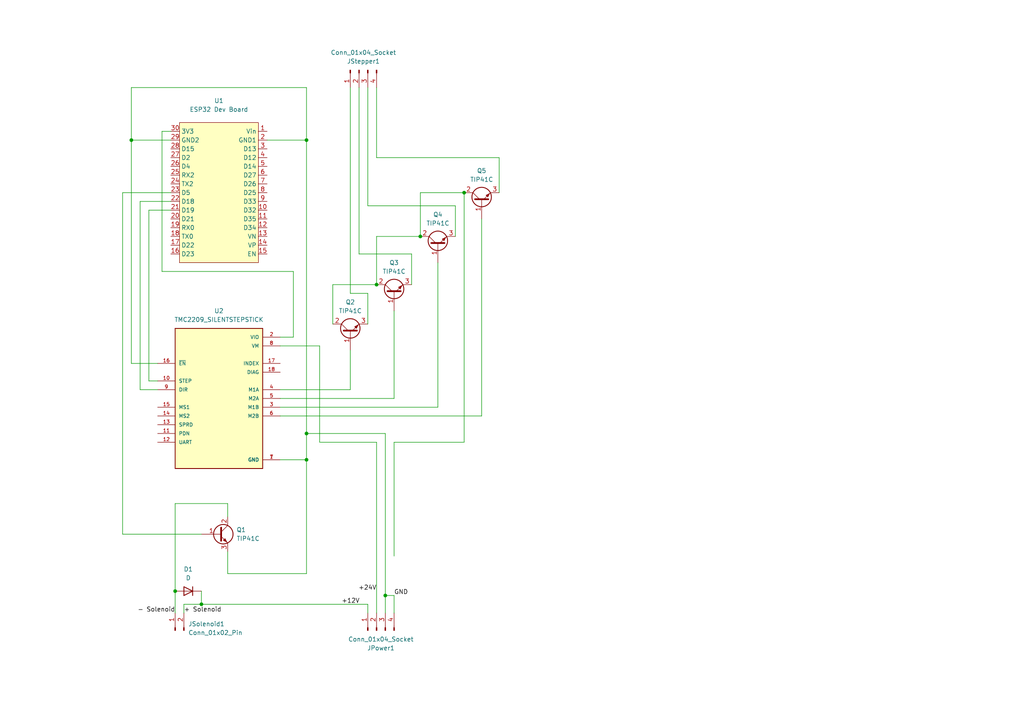
<source format=kicad_sch>
(kicad_sch (version 20231120) (generator "eeschema") (generator_version "8.0")
  (paper "A4")
  (lib_symbols
    (symbol "1_CustomSymbols:ESP32_DevBoard"
      (property "Reference" "U" (at 0 25.4 0))
      (property "Value" "ESP32 Dev Board" (at -0.508 22.606 0))
      (symbol "ESP32_DevBoard_0_1"
        (rectangle (start -11.43 20.32) (end 11.43 -20.32) (fill (type background)))
      )
      (symbol "ESP32_DevBoard_1_1"
        (pin power_in line (at 13.97 17.78 180) (length 2.54) (name "Vin") (number "1"))
        (pin bidirectional line (at 13.97 -5.08 180) (length 2.54) (name "D32") (number "10"))
        (pin bidirectional line (at 13.97 -7.62 180) (length 2.54) (name "D35") (number "11"))
        (pin bidirectional line (at 13.97 -10.16 180) (length 2.54) (name "D34") (number "12"))
        (pin bidirectional line (at 13.97 -12.7 180) (length 2.54) (name "VN") (number "13"))
        (pin bidirectional line (at 13.97 -15.24 180) (length 2.54) (name "VP") (number "14"))
        (pin bidirectional line (at 13.97 -17.78 180) (length 2.54) (name "EN") (number "15"))
        (pin bidirectional line (at -13.97 -17.78 0) (length 2.54) (name "D23") (number "16"))
        (pin bidirectional line (at -13.97 -15.24 0) (length 2.54) (name "D22") (number "17"))
        (pin bidirectional line (at -13.97 -12.7 0) (length 2.54) (name "TX0") (number "18"))
        (pin bidirectional line (at -13.97 -10.16 0) (length 2.54) (name "RX0") (number "19"))
        (pin power_in line (at 13.97 15.24 180) (length 2.54) (name "GND1") (number "2"))
        (pin bidirectional line (at -13.97 -7.62 0) (length 2.54) (name "D21") (number "20"))
        (pin bidirectional line (at -13.97 -5.08 0) (length 2.54) (name "D19") (number "21"))
        (pin bidirectional line (at -13.97 -2.54 0) (length 2.54) (name "D18") (number "22"))
        (pin bidirectional line (at -13.97 0 0) (length 2.54) (name "D5") (number "23"))
        (pin bidirectional line (at -13.97 2.54 0) (length 2.54) (name "TX2") (number "24"))
        (pin bidirectional line (at -13.97 5.08 0) (length 2.54) (name "RX2") (number "25"))
        (pin bidirectional line (at -13.97 7.62 0) (length 2.54) (name "D4") (number "26"))
        (pin bidirectional line (at -13.97 10.16 0) (length 2.54) (name "D2") (number "27"))
        (pin bidirectional line (at -13.97 12.7 0) (length 2.54) (name "D15") (number "28"))
        (pin power_in line (at -13.97 15.24 0) (length 2.54) (name "GND2") (number "29"))
        (pin bidirectional line (at 13.97 12.7 180) (length 2.54) (name "D13") (number "3"))
        (pin power_out line (at -13.97 17.78 0) (length 2.54) (name "3V3") (number "30"))
        (pin bidirectional line (at 13.97 10.16 180) (length 2.54) (name "D12") (number "4"))
        (pin bidirectional line (at 13.97 7.62 180) (length 2.54) (name "D14") (number "5"))
        (pin bidirectional line (at 13.97 5.08 180) (length 2.54) (name "D27") (number "6"))
        (pin bidirectional line (at 13.97 2.54 180) (length 2.54) (name "D26") (number "7"))
        (pin bidirectional line (at 13.97 0 180) (length 2.54) (name "D25") (number "8"))
        (pin bidirectional line (at 13.97 -2.54 180) (length 2.54) (name "D33") (number "9"))
      )
    )
    (symbol "Connector:Conn_01x02_Pin" (pin_names (offset 1.016) hide)
      (property "Reference" "J" (at 0 2.54 0))
      (property "Value" "Conn_01x02_Pin" (at 0 -5.08 0))
      (symbol "Conn_01x02_Pin_1_1"
        (polyline (pts (xy 1.27 -2.54) (xy 0.8636 -2.54)) (stroke (width 0.1524)))
        (polyline (pts (xy 1.27 0) (xy 0.8636 0)) (stroke (width 0.1524)))
        (rectangle (start 0.8636 -2.413) (end 0 -2.667) (stroke (width 0.1524)) (fill (type outline)))
        (rectangle (start 0.8636 0.127) (end 0 -0.127) (stroke (width 0.1524)) (fill (type outline)))
        (pin passive line (at 5.08 0 180) (length 3.81) (name "Pin_1") (number "1"))
        (pin passive line (at 5.08 -2.54 180) (length 3.81) (name "Pin_2") (number "2"))
      )
    )
    (symbol "Connector:Conn_01x04_Pin" (pin_names (offset 1.016) hide)
      (property "Reference" "J" (at 0 5.08 0))
      (property "Value" "Conn_01x04_Pin" (at 0 -7.62 0))
      (symbol "Conn_01x04_Pin_1_1"
        (polyline (pts (xy 1.27 -5.08) (xy 0.8636 -5.08)) (stroke (width 0.1524)))
        (polyline (pts (xy 1.27 -2.54) (xy 0.8636 -2.54)) (stroke (width 0.1524)))
        (polyline (pts (xy 1.27 0) (xy 0.8636 0)) (stroke (width 0.1524)))
        (polyline (pts (xy 1.27 2.54) (xy 0.8636 2.54)) (stroke (width 0.1524)))
        (rectangle (start 0.8636 -4.953) (end 0 -5.207) (stroke (width 0.1524)) (fill (type outline)))
        (rectangle (start 0.8636 -2.413) (end 0 -2.667) (stroke (width 0.1524)) (fill (type outline)))
        (rectangle (start 0.8636 0.127) (end 0 -0.127) (stroke (width 0.1524)) (fill (type outline)))
        (rectangle (start 0.8636 2.667) (end 0 2.413) (stroke (width 0.1524)) (fill (type outline)))
        (pin passive line (at 5.08 2.54 180) (length 3.81) (name "Pin_1") (number "1"))
        (pin passive line (at 5.08 0 180) (length 3.81) (name "Pin_2") (number "2"))
        (pin passive line (at 5.08 -2.54 180) (length 3.81) (name "Pin_3") (number "3"))
        (pin passive line (at 5.08 -5.08 180) (length 3.81) (name "Pin_4") (number "4"))
      )
    )
    (symbol "Device:D" (pin_numbers hide) (pin_names (offset 1.016) hide)
      (property "Reference" "D" (at 0 2.54 0))
      (property "Value" "D" (at 0 -2.54 0))
      (symbol "D_0_1"
        (polyline (pts (xy -1.27 1.27) (xy -1.27 -1.27)) (stroke (width 0.254)))
        (polyline (pts (xy 1.27 0) (xy -1.27 0)))
        (polyline (pts (xy 1.27 1.27) (xy 1.27 -1.27) (xy -1.27 0) (xy 1.27 1.27)) (stroke (width 0.254)))
      )
      (symbol "D_1_1"
        (pin passive line (at -3.81 0 0) (length 2.54) (name "K") (number "1"))
        (pin passive line (at 3.81 0 180) (length 2.54) (name "A") (number "2"))
      )
    )
    (symbol "TMC2209_SILENTSTEPSTICK:TMC2209_SILENTSTEPSTICK" (pin_names (offset 1.016))
      (property "Reference" "U" (at -12.7 22.86 0))
      (property "Value" "TMC2209_SILENTSTEPSTICK" (at -12.7 -22.86 0))
      (symbol "TMC2209_SILENTSTEPSTICK_0_0"
        (rectangle (start -12.7 -20.32) (end 12.7 20.32) (stroke (width 0.254)) (fill (type background)))
        (pin power_in line (at 17.78 -17.78 180) (length 5.08) (name "GND") (number "1"))
        (pin input line (at -17.78 5.08 0) (length 5.08) (name "STEP") (number "10"))
        (pin bidirectional line (at -17.78 -10.16 0) (length 5.08) (name "PDN") (number "11"))
        (pin bidirectional line (at -17.78 -12.7 0) (length 5.08) (name "UART") (number "12"))
        (pin input line (at -17.78 -7.62 0) (length 5.08) (name "SPRD") (number "13"))
        (pin input line (at -17.78 -5.08 0) (length 5.08) (name "MS2") (number "14"))
        (pin input line (at -17.78 -2.54 0) (length 5.08) (name "MS1") (number "15"))
        (pin input line (at -17.78 10.16 0) (length 5.08) (name "~{EN}") (number "16"))
        (pin output line (at 17.78 10.16 180) (length 5.08) (name "INDEX") (number "17"))
        (pin output line (at 17.78 7.62 180) (length 5.08) (name "DIAG") (number "18"))
        (pin power_in line (at 17.78 17.78 180) (length 5.08) (name "VIO") (number "2"))
        (pin output line (at 17.78 -2.54 180) (length 5.08) (name "M1B") (number "3"))
        (pin output line (at 17.78 2.54 180) (length 5.08) (name "M1A") (number "4"))
        (pin output line (at 17.78 0 180) (length 5.08) (name "M2A") (number "5"))
        (pin output line (at 17.78 -5.08 180) (length 5.08) (name "M2B") (number "6"))
        (pin power_in line (at 17.78 -17.78 180) (length 5.08) (name "GND") (number "7"))
        (pin power_in line (at 17.78 15.24 180) (length 5.08) (name "VM") (number "8"))
        (pin input line (at -17.78 2.54 0) (length 5.08) (name "DIR") (number "9"))
      )
    )
    (symbol "Transistor_BJT:TIP41C" (pin_names (offset 0) hide)
      (property "Reference" "Q" (at 6.35 1.905 0))
      (property "Value" "TIP41C" (at 6.35 0 0))
      (symbol "TIP41C_0_1"
        (polyline (pts (xy 0.635 0.635) (xy 2.54 2.54)))
        (polyline (pts (xy 0.635 -0.635) (xy 2.54 -2.54) (xy 2.54 -2.54)))
        (polyline (pts (xy 0.635 1.905) (xy 0.635 -1.905) (xy 0.635 -1.905)) (stroke (width 0.508)))
        (polyline (pts (xy 1.27 -1.778) (xy 1.778 -1.27) (xy 2.286 -2.286) (xy 1.27 -1.778) (xy 1.27 -1.778)) (fill (type outline)))
        (circle (center 1.27 0) (radius 2.8194) (stroke (width 0.254)))
      )
      (symbol "TIP41C_1_1"
        (pin input line (at -5.08 0 0) (length 5.715) (name "B") (number "1"))
        (pin passive line (at 2.54 5.08 270) (length 2.54) (name "C") (number "2"))
        (pin passive line (at 2.54 -5.08 90) (length 2.54) (name "E") (number "3"))
      )
    )
  )
  (junction (at 121.92 68.58))
  (junction (at 134.62 55.88))
  (junction (at 109.22 82.55))
  (junction (at 88.9 40.64))
  (junction (at 38.1 40.64))
  (junction (at 111.76 172.72))
  (junction (at 88.9 125.73))
  (junction (at 88.9 133.35))
  (junction (at 58.42 175.26))
  (junction (at 50.8 171.45))
  (wire (pts (xy 58.42 175.26) (xy 106.68 175.26)))
  (wire (pts (xy 46.99 78.74) (xy 85.09 78.74)))
  (wire (pts (xy 58.42 171.45) (xy 58.42 175.26)))
  (wire (pts (xy 121.92 55.88) (xy 121.92 68.58)))
  (wire (pts (xy 106.68 59.69) (xy 132.08 59.69)))
  (wire (pts (xy 106.68 93.98) (xy 106.68 85.09)))
  (wire (pts (xy 92.71 128.27) (xy 92.71 100.33)))
  (wire (pts (xy 101.6 85.09) (xy 101.6 25.4)))
  (wire (pts (xy 144.78 45.72) (xy 144.78 55.88)))
  (wire (pts (xy 134.62 55.88) (xy 121.92 55.88)))
  (wire (pts (xy 85.09 97.79) (xy 81.28 97.79)))
  (wire (pts (xy 104.14 73.66) (xy 104.14 25.4)))
  (wire (pts (xy 35.56 55.88) (xy 49.53 55.88)))
  (wire (pts (xy 114.3 128.27) (xy 114.3 161.29)))
  (wire (pts (xy 109.22 45.72) (xy 109.22 25.4)))
  (wire (pts (xy 53.34 175.26) (xy 58.42 175.26)))
  (wire (pts (xy 81.28 120.65) (xy 139.7 120.65)))
  (wire (pts (xy 109.22 128.27) (xy 92.71 128.27)))
  (wire (pts (xy 134.62 55.88) (xy 134.62 128.27)))
  (wire (pts (xy 50.8 146.05) (xy 66.04 146.05)))
  (wire (pts (xy 101.6 101.6) (xy 101.6 113.03)))
  (wire (pts (xy 43.18 110.49) (xy 43.18 60.96)))
  (wire (pts (xy 66.04 146.05) (xy 66.04 149.86)))
  (wire (pts (xy 38.1 25.4) (xy 88.9 25.4)))
  (wire (pts (xy 109.22 45.72) (xy 144.78 45.72)))
  (wire (pts (xy 81.28 113.03) (xy 101.6 113.03)))
  (wire (pts (xy 85.09 78.74) (xy 85.09 97.79)))
  (wire (pts (xy 88.9 25.4) (xy 88.9 40.64)))
  (wire (pts (xy 35.56 154.94) (xy 35.56 55.88)))
  (wire (pts (xy 49.53 58.42) (xy 40.64 58.42)))
  (wire (pts (xy 45.72 105.41) (xy 38.1 105.41)))
  (wire (pts (xy 106.68 59.69) (xy 106.68 25.4)))
  (wire (pts (xy 50.8 171.45) (xy 50.8 146.05)))
  (wire (pts (xy 114.3 172.72) (xy 114.3 177.8)))
  (wire (pts (xy 111.76 172.72) (xy 111.76 177.8)))
  (wire (pts (xy 111.76 125.73) (xy 88.9 125.73)))
  (wire (pts (xy 132.08 68.58) (xy 132.08 59.69)))
  (wire (pts (xy 43.18 60.96) (xy 49.53 60.96)))
  (wire (pts (xy 92.71 100.33) (xy 81.28 100.33)))
  (wire (pts (xy 40.64 58.42) (xy 40.64 113.03)))
  (wire (pts (xy 66.04 166.37) (xy 88.9 166.37)))
  (wire (pts (xy 53.34 175.26) (xy 53.34 177.8)))
  (wire (pts (xy 121.92 68.58) (xy 109.22 68.58)))
  (wire (pts (xy 38.1 40.64) (xy 38.1 105.41)))
  (wire (pts (xy 40.64 113.03) (xy 45.72 113.03)))
  (wire (pts (xy 96.52 93.98) (xy 96.52 82.55)))
  (wire (pts (xy 111.76 125.73) (xy 111.76 172.72)))
  (wire (pts (xy 88.9 125.73) (xy 88.9 133.35)))
  (wire (pts (xy 49.53 38.1) (xy 46.99 38.1)))
  (wire (pts (xy 46.99 38.1) (xy 46.99 78.74)))
  (wire (pts (xy 81.28 115.57) (xy 114.3 115.57)))
  (wire (pts (xy 38.1 40.64) (xy 38.1 25.4)))
  (wire (pts (xy 45.72 110.49) (xy 43.18 110.49)))
  (wire (pts (xy 109.22 68.58) (xy 109.22 82.55)))
  (wire (pts (xy 134.62 128.27) (xy 114.3 128.27)))
  (wire (pts (xy 81.28 133.35) (xy 88.9 133.35)))
  (wire (pts (xy 106.68 175.26) (xy 106.68 177.8)))
  (wire (pts (xy 109.22 128.27) (xy 109.22 177.8)))
  (wire (pts (xy 88.9 40.64) (xy 77.47 40.64)))
  (wire (pts (xy 127 76.2) (xy 127 118.11)))
  (wire (pts (xy 88.9 166.37) (xy 88.9 133.35)))
  (wire (pts (xy 96.52 82.55) (xy 109.22 82.55)))
  (wire (pts (xy 50.8 177.8) (xy 50.8 171.45)))
  (wire (pts (xy 88.9 40.64) (xy 88.9 125.73)))
  (wire (pts (xy 106.68 85.09) (xy 101.6 85.09)))
  (wire (pts (xy 81.28 118.11) (xy 127 118.11)))
  (wire (pts (xy 49.53 40.64) (xy 38.1 40.64)))
  (wire (pts (xy 119.38 82.55) (xy 119.38 73.66)))
  (wire (pts (xy 66.04 166.37) (xy 66.04 160.02)))
  (wire (pts (xy 114.3 90.17) (xy 114.3 115.57)))
  (wire (pts (xy 139.7 63.5) (xy 139.7 120.65)))
  (wire (pts (xy 58.42 154.94) (xy 35.56 154.94)))
  (wire (pts (xy 111.76 172.72) (xy 114.3 172.72)))
  (wire (pts (xy 104.14 73.66) (xy 119.38 73.66)))
  (label "+24V" (at 109.22 171.45 180))
  (label "GND" (at 114.3 172.72 0))
  (label "+ Solenoid" (at 53.34 177.8 0))
  (label "- Solenoid" (at 50.8 177.8 180))
  (label "+12V" (at 99.06 175.26 0))
  (symbol (lib_id "Transistor_BJT:TIP41C") (at 139.7 58.42 90) (unit 1)
    (property "Reference" "Q5" (at 139.7 49.53 90))
    (property "Value" "TIP41C" (at 139.7 52.07 90))
    (property "Footprint" "Package_TO_SOT_THT:TO-220-3_Vertical" (effects (hide yes)))
    (property "Datasheet" "https://www.centralsemi.com/get_document.php?cmp=1&mergetype=pd&mergepath=pd&pdf_id=tip41.PDF" (effects (hide yes)))
    (property "Description" "6A Ic, 100V Vce, Power NPN Transistor, TO-220" (effects (hide yes)))
  )
  (symbol (lib_id "Connector:Conn_01x02_Pin") (at 50.8 182.88 90) (unit 1)
    (property "Reference" "JSolenoid1" (at 54.61 180.9749 90) (effects (justify right)))
    (property "Value" "Conn_01x02_Pin" (at 54.61 183.5149 90) (effects (justify right)))
    (property "Description" "Generic connector, single row, 01x02, script generated" (effects (hide yes)))
  )
  (symbol (lib_id "Connector:Conn_01x04_Pin") (at 104.14 20.32 90) (mirror x) (unit 1)
    (property "Reference" "JStepper1" (at 105.41 17.78 90))
    (property "Value" "Conn_01x04_Socket" (at 105.41 15.24 90))
    (property "Description" "Generic connector, single row, 01x04, script generated" (effects (hide yes)))
  )
  (symbol (lib_id "Transistor_BJT:TIP41C") (at 63.5 154.94 0) (unit 1)
    (property "Reference" "Q1" (at 68.58 153.6699 0) (effects (justify left)))
    (property "Value" "TIP41C" (at 68.58 156.2099 0) (effects (justify left)))
    (property "Footprint" "Package_TO_SOT_THT:TO-220-3_Vertical" (effects (hide yes)))
    (property "Datasheet" "https://www.centralsemi.com/get_document.php?cmp=1&mergetype=pd&mergepath=pd&pdf_id=tip41.PDF" (effects (hide yes)))
    (property "Description" "6A Ic, 100V Vce, Power NPN Transistor, TO-220" (effects (hide yes)))
  )
  (symbol (lib_id "Transistor_BJT:TIP41C") (at 114.3 85.09 90) (unit 1)
    (property "Reference" "Q3" (at 114.3 76.2 90))
    (property "Value" "TIP41C" (at 114.3 78.74 90))
    (property "Footprint" "Package_TO_SOT_THT:TO-220-3_Vertical" (effects (hide yes)))
    (property "Datasheet" "https://www.centralsemi.com/get_document.php?cmp=1&mergetype=pd&mergepath=pd&pdf_id=tip41.PDF" (effects (hide yes)))
    (property "Description" "6A Ic, 100V Vce, Power NPN Transistor, TO-220" (effects (hide yes)))
  )
  (symbol (lib_id "Connector:Conn_01x04_Pin") (at 109.22 182.88 90) (unit 1)
    (property "Reference" "JPower1" (at 110.49 187.96 90))
    (property "Value" "Conn_01x04_Socket" (at 110.49 185.42 90))
    (property "Description" "Generic connector, single row, 01x04, script generated" (effects (hide yes)))
  )
  (symbol (lib_id "Device:D") (at 54.61 171.45 180) (unit 1)
    (property "Reference" "D1" (at 54.61 165.1 0))
    (property "Value" "D" (at 54.61 167.64 0))
    (property "Description" "Diode" (effects (hide yes)))
    (property "Sim.Device" "D" (effects (hide yes)))
    (property "Sim.Pins" "1=K 2=A" (effects (hide yes)))
  )
  (symbol (lib_id "Transistor_BJT:TIP41C") (at 101.6 96.52 90) (unit 1)
    (property "Reference" "Q2" (at 101.6 87.63 90))
    (property "Value" "TIP41C" (at 101.6 90.17 90))
    (property "Footprint" "Package_TO_SOT_THT:TO-220-3_Vertical" (effects (hide yes)))
    (property "Datasheet" "https://www.centralsemi.com/get_document.php?cmp=1&mergetype=pd&mergepath=pd&pdf_id=tip41.PDF" (effects (hide yes)))
    (property "Description" "6A Ic, 100V Vce, Power NPN Transistor, TO-220" (effects (hide yes)))
  )
  (symbol (lib_id "1_CustomSymbols:ESP32_DevBoard") (at 63.5 55.88 0) (unit 1)
    (property "Reference" "U1" (at 63.5 29.21 0))
    (property "Value" "ESP32 Dev Board" (at 63.5 31.75 0))
  )
  (symbol (lib_id "Transistor_BJT:TIP41C") (at 127 71.12 90) (unit 1)
    (property "Reference" "Q4" (at 127 62.23 90))
    (property "Value" "TIP41C" (at 127 64.77 90))
    (property "Footprint" "Package_TO_SOT_THT:TO-220-3_Vertical" (effects (hide yes)))
    (property "Datasheet" "https://www.centralsemi.com/get_document.php?cmp=1&mergetype=pd&mergepath=pd&pdf_id=tip41.PDF" (effects (hide yes)))
    (property "Description" "6A Ic, 100V Vce, Power NPN Transistor, TO-220" (effects (hide yes)))
  )
  (symbol (lib_id "TMC2209_SILENTSTEPSTICK:TMC2209_SILENTSTEPSTICK") (at 63.5 115.57 0) (unit 1)
    (property "Reference" "U2" (at 63.5 90.17 0))
    (property "Value" "TMC2209_SILENTSTEPSTICK" (at 63.5 92.71 0))
    (property "Footprint" "TMC2209_SILENTSTEPSTICK:MODULE_TMC2209_SILENTSTEPSTICK" (effects (hide yes)))
    (property "MF" "Trinamic Motion Control GmbH" (effects (hide yes)))
    (property "Description_1" "\n                        \n                            TMC2209 Motor Controller/Driver Power Management Evaluation Board\n                        \n" (effects (hide yes)))
    (property "Package" "None" (effects (hide yes)))
    (property "Price" "None" (effects (hide yes)))
    (property "Check_prices" "https://www.snapeda.com/parts/TMC2209%20SILENTSTEPSTICK/Trinamic/view-part/?ref=eda" (effects (hide yes)))
    (property "STANDARD" "Manufacturer Recommendations" (effects (hide yes)))
    (property "PARTREV" "1.20" (effects (hide yes)))
    (property "SnapEDA_Link" "https://www.snapeda.com/parts/TMC2209%20SILENTSTEPSTICK/Trinamic/view-part/?ref=snap" (effects (hide yes)))
    (property "MP" "TMC2209 SILENTSTEPSTICK" (effects (hide yes)))
    (property "MANUFACTURER" "Trinamic Motion Control GmbH" (effects (hide yes)))
    (property "Availability" "Not in stock" (effects (hide yes)))
    (property "SNAPEDA_PN" "TMC2209 SILENTSTEPSTICK" (effects (hide yes)))
  )
)
</source>
